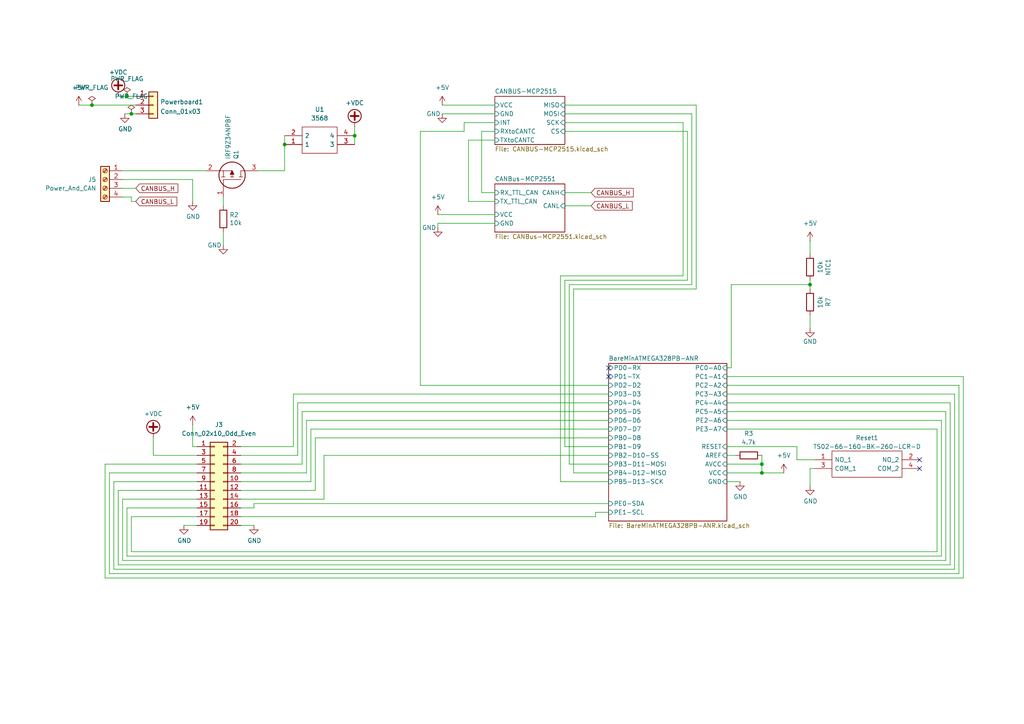
<source format=kicad_sch>
(kicad_sch (version 20231120) (generator "eeschema") (generator_version "8.0")
  (paper "A4")
  (lib_symbols
    (symbol "Connector:Screw_Terminal_01x04" (pin_names (offset 1.016) hide)
      (property "Reference" "J" (at 0 5.08 0))
      (property "Value" "Screw_Terminal_01x04" (at 0 -7.62 0))
      (symbol "Screw_Terminal_01x04_1_1"
        (rectangle (start -1.27 3.81) (end 1.27 -6.35) (stroke (width 0.254)) (fill (type background)))
        (circle (center 0 -5.08) (radius 0.635) (stroke (width 0.1524)))
        (circle (center 0 -2.54) (radius 0.635) (stroke (width 0.1524)))
        (polyline (pts (xy -0.5334 -4.7498) (xy 0.3302 -5.588)) (stroke (width 0.1524)))
        (polyline (pts (xy -0.5334 -2.2098) (xy 0.3302 -3.048)) (stroke (width 0.1524)))
        (polyline (pts (xy -0.5334 0.3302) (xy 0.3302 -0.508)) (stroke (width 0.1524)))
        (polyline (pts (xy -0.5334 2.8702) (xy 0.3302 2.032)) (stroke (width 0.1524)))
        (polyline (pts (xy -0.3556 -4.572) (xy 0.508 -5.4102)) (stroke (width 0.1524)))
        (polyline (pts (xy -0.3556 -2.032) (xy 0.508 -2.8702)) (stroke (width 0.1524)))
        (polyline (pts (xy -0.3556 0.508) (xy 0.508 -0.3302)) (stroke (width 0.1524)))
        (polyline (pts (xy -0.3556 3.048) (xy 0.508 2.2098)) (stroke (width 0.1524)))
        (circle (center 0 0) (radius 0.635) (stroke (width 0.1524)))
        (circle (center 0 2.54) (radius 0.635) (stroke (width 0.1524)))
        (pin passive line (at -5.08 2.54 0) (length 3.81) (name "Pin_1") (number "1"))
        (pin passive line (at -5.08 0 0) (length 3.81) (name "Pin_2") (number "2"))
        (pin passive line (at -5.08 -2.54 0) (length 3.81) (name "Pin_3") (number "3"))
        (pin passive line (at -5.08 -5.08 0) (length 3.81) (name "Pin_4") (number "4"))
      )
    )
    (symbol "Connector_Generic:Conn_01x03" (pin_names (offset 1.016) hide)
      (property "Reference" "J" (at 0 5.08 0))
      (property "Value" "Conn_01x03" (at 0 -5.08 0))
      (symbol "Conn_01x03_1_1"
        (rectangle (start -1.27 -2.413) (end 0 -2.667) (stroke (width 0.1524)))
        (rectangle (start -1.27 0.127) (end 0 -0.127) (stroke (width 0.1524)))
        (rectangle (start -1.27 2.667) (end 0 2.413) (stroke (width 0.1524)))
        (rectangle (start -1.27 3.81) (end 1.27 -3.81) (stroke (width 0.254)) (fill (type background)))
        (pin passive line (at -5.08 2.54 0) (length 3.81) (name "Pin_1") (number "1"))
        (pin passive line (at -5.08 0 0) (length 3.81) (name "Pin_2") (number "2"))
        (pin passive line (at -5.08 -2.54 0) (length 3.81) (name "Pin_3") (number "3"))
      )
    )
    (symbol "Connector_Generic:Conn_02x10_Odd_Even" (pin_names (offset 1.016) hide)
      (property "Reference" "J" (at 1.27 12.7 0))
      (property "Value" "Conn_02x10_Odd_Even" (at 1.27 -15.24 0))
      (symbol "Conn_02x10_Odd_Even_1_1"
        (rectangle (start -1.27 -12.573) (end 0 -12.827) (stroke (width 0.1524)))
        (rectangle (start -1.27 -10.033) (end 0 -10.287) (stroke (width 0.1524)))
        (rectangle (start -1.27 -7.493) (end 0 -7.747) (stroke (width 0.1524)))
        (rectangle (start -1.27 -4.953) (end 0 -5.207) (stroke (width 0.1524)))
        (rectangle (start -1.27 -2.413) (end 0 -2.667) (stroke (width 0.1524)))
        (rectangle (start -1.27 0.127) (end 0 -0.127) (stroke (width 0.1524)))
        (rectangle (start -1.27 2.667) (end 0 2.413) (stroke (width 0.1524)))
        (rectangle (start -1.27 5.207) (end 0 4.953) (stroke (width 0.1524)))
        (rectangle (start -1.27 7.747) (end 0 7.493) (stroke (width 0.1524)))
        (rectangle (start -1.27 10.287) (end 0 10.033) (stroke (width 0.1524)))
        (rectangle (start -1.27 11.43) (end 3.81 -13.97) (stroke (width 0.254)) (fill (type background)))
        (rectangle (start 3.81 -12.573) (end 2.54 -12.827) (stroke (width 0.1524)))
        (rectangle (start 3.81 -10.033) (end 2.54 -10.287) (stroke (width 0.1524)))
        (rectangle (start 3.81 -7.493) (end 2.54 -7.747) (stroke (width 0.1524)))
        (rectangle (start 3.81 -4.953) (end 2.54 -5.207) (stroke (width 0.1524)))
        (rectangle (start 3.81 -2.413) (end 2.54 -2.667) (stroke (width 0.1524)))
        (rectangle (start 3.81 0.127) (end 2.54 -0.127) (stroke (width 0.1524)))
        (rectangle (start 3.81 2.667) (end 2.54 2.413) (stroke (width 0.1524)))
        (rectangle (start 3.81 5.207) (end 2.54 4.953) (stroke (width 0.1524)))
        (rectangle (start 3.81 7.747) (end 2.54 7.493) (stroke (width 0.1524)))
        (rectangle (start 3.81 10.287) (end 2.54 10.033) (stroke (width 0.1524)))
        (pin passive line (at -5.08 10.16 0) (length 3.81) (name "Pin_1") (number "1"))
        (pin passive line (at 7.62 0 180) (length 3.81) (name "Pin_10") (number "10"))
        (pin passive line (at -5.08 -2.54 0) (length 3.81) (name "Pin_11") (number "11"))
        (pin passive line (at 7.62 -2.54 180) (length 3.81) (name "Pin_12") (number "12"))
        (pin passive line (at -5.08 -5.08 0) (length 3.81) (name "Pin_13") (number "13"))
        (pin passive line (at 7.62 -5.08 180) (length 3.81) (name "Pin_14") (number "14"))
        (pin passive line (at -5.08 -7.62 0) (length 3.81) (name "Pin_15") (number "15"))
        (pin passive line (at 7.62 -7.62 180) (length 3.81) (name "Pin_16") (number "16"))
        (pin passive line (at -5.08 -10.16 0) (length 3.81) (name "Pin_17") (number "17"))
        (pin passive line (at 7.62 -10.16 180) (length 3.81) (name "Pin_18") (number "18"))
        (pin passive line (at -5.08 -12.7 0) (length 3.81) (name "Pin_19") (number "19"))
        (pin passive line (at 7.62 10.16 180) (length 3.81) (name "Pin_2") (number "2"))
        (pin passive line (at 7.62 -12.7 180) (length 3.81) (name "Pin_20") (number "20"))
        (pin passive line (at -5.08 7.62 0) (length 3.81) (name "Pin_3") (number "3"))
        (pin passive line (at 7.62 7.62 180) (length 3.81) (name "Pin_4") (number "4"))
        (pin passive line (at -5.08 5.08 0) (length 3.81) (name "Pin_5") (number "5"))
        (pin passive line (at 7.62 5.08 180) (length 3.81) (name "Pin_6") (number "6"))
        (pin passive line (at -5.08 2.54 0) (length 3.81) (name "Pin_7") (number "7"))
        (pin passive line (at 7.62 2.54 180) (length 3.81) (name "Pin_8") (number "8"))
        (pin passive line (at -5.08 0 0) (length 3.81) (name "Pin_9") (number "9"))
      )
    )
    (symbol "Device:R" (pin_numbers hide) (pin_names (offset 0))
      (property "Reference" "R" (at 2.032 0 90))
      (property "Value" "R" (at 0 0 90))
      (symbol "R_0_1"
        (rectangle (start -1.016 -2.54) (end 1.016 2.54) (stroke (width 0.254)))
      )
      (symbol "R_1_1"
        (pin passive line (at 0 3.81 270) (length 1.27) (name "~") (number "1"))
        (pin passive line (at 0 -3.81 90) (length 1.27) (name "~") (number "2"))
      )
    )
    (symbol "SamacSys_Parts:3568" (pin_names (offset 0.762))
      (property "Reference" "U" (at 16.51 7.62 0))
      (property "Value" "3568" (at 16.51 5.08 0))
      (symbol "3568_0_0"
        (pin passive line (at 0 -2.54 0) (length 5.08) (name "1") (number "1"))
        (pin passive line (at 0 0 0) (length 5.08) (name "2") (number "2"))
        (pin passive line (at 20.32 -2.54 180) (length 5.08) (name "3") (number "3"))
        (pin passive line (at 20.32 0 180) (length 5.08) (name "4") (number "4"))
      )
      (symbol "3568_0_1"
        (polyline (pts (xy 5.08 2.54) (xy 15.24 2.54) (xy 15.24 -5.08) (xy 5.08 -5.08) (xy 5.08 2.54)) (stroke (width 0.1524)))
      )
    )
    (symbol "SamacSys_Parts:IRF9Z34NPBF" (pin_names (offset 0.762))
      (property "Reference" "Q" (at 11.43 3.81 0))
      (property "Value" "SamacSys_Parts_IRF9Z34NPBF" (at 11.43 1.27 0))
      (symbol "IRF9Z34NPBF_0_0"
        (pin passive line (at 0 0 0) (length 2.54) (name "~") (number "1"))
        (pin passive line (at 7.62 -5.08 90) (length 2.54) (name "~") (number "2"))
        (pin passive line (at 7.62 10.16 270) (length 2.54) (name "~") (number "3"))
      )
      (symbol "IRF9Z34NPBF_0_1"
        (polyline (pts (xy 5.842 -0.508) (xy 5.842 0.508)) (stroke (width 0.1524)))
        (polyline (pts (xy 5.842 0) (xy 7.62 0)) (stroke (width 0.1524)))
        (polyline (pts (xy 5.842 2.032) (xy 5.842 3.048)) (stroke (width 0.1524)))
        (polyline (pts (xy 5.842 5.588) (xy 5.842 4.572)) (stroke (width 0.1524)))
        (polyline (pts (xy 7.62 2.54) (xy 5.842 2.54)) (stroke (width 0.1524)))
        (polyline (pts (xy 7.62 2.54) (xy 7.62 -2.54)) (stroke (width 0.1524)))
        (polyline (pts (xy 7.62 5.08) (xy 5.842 5.08)) (stroke (width 0.1524)))
        (polyline (pts (xy 7.62 5.08) (xy 7.62 7.62)) (stroke (width 0.1524)))
        (polyline (pts (xy 2.54 0) (xy 5.08 0) (xy 5.08 5.08)) (stroke (width 0.1524)))
        (polyline (pts (xy 7.62 2.54) (xy 6.604 3.048) (xy 6.604 2.032) (xy 7.62 2.54)) (stroke (width 0.254)) (fill (type outline)))
        (circle (center 6.35 2.54) (radius 3.81) (stroke (width 0.254)))
      )
    )
    (symbol "SamacSys_Parts:TS02-66-160-BK-260-LCR-D" (pin_names (offset 0.762))
      (property "Reference" "S" (at 26.67 7.62 0))
      (property "Value" "TS02-66-160-BK-260-LCR-D" (at 26.67 5.08 0))
      (symbol "TS02-66-160-BK-260-LCR-D_0_0"
        (pin passive line (at 0 0 0) (length 5.08) (name "NO_1") (number "1"))
        (pin passive line (at 30.48 0 180) (length 5.08) (name "NO_2") (number "2"))
        (pin passive line (at 0 -2.54 0) (length 5.08) (name "COM_1") (number "3"))
        (pin passive line (at 30.48 -2.54 180) (length 5.08) (name "COM_2") (number "4"))
      )
      (symbol "TS02-66-160-BK-260-LCR-D_0_1"
        (polyline (pts (xy 5.08 2.54) (xy 25.4 2.54) (xy 25.4 -5.08) (xy 5.08 -5.08) (xy 5.08 2.54)) (stroke (width 0.1524)))
      )
    )
    (symbol "power:+5V" (power) (pin_numbers hide) (pin_names (offset 0) hide)
      (property "Value" "+5V" (at 0 3.556 0))
      (symbol "+5V_0_1"
        (polyline (pts (xy -0.762 1.27) (xy 0 2.54)))
        (polyline (pts (xy 0 0) (xy 0 2.54)))
        (polyline (pts (xy 0 2.54) (xy 0.762 1.27)))
      )
      (symbol "+5V_1_1"
        (pin power_in line (at 0 0 90) (length 0) (name "~") (number "1"))
      )
    )
    (symbol "power:+VDC" (power) (pin_names (offset 0))
      (property "Value" "+VDC" (at 0 6.35 0))
      (symbol "+VDC_0_1"
        (polyline (pts (xy -1.143 3.175) (xy 1.143 3.175)) (stroke (width 0.508)))
        (polyline (pts (xy 0 0) (xy 0 1.27)))
        (polyline (pts (xy 0 2.032) (xy 0 4.318)) (stroke (width 0.508)))
        (circle (center 0 3.175) (radius 1.905) (stroke (width 0.254)))
      )
      (symbol "+VDC_1_1"
        (pin power_in line (at 0 0 90) (length 0) hide (name "+VDC") (number "1"))
      )
    )
    (symbol "power:GND" (power) (pin_names (offset 0))
      (property "Value" "GND" (at 0 -3.81 0))
      (symbol "GND_0_1"
        (polyline (pts (xy 0 0) (xy 0 -1.27) (xy 1.27 -1.27) (xy 0 -2.54) (xy -1.27 -1.27) (xy 0 -1.27)))
      )
      (symbol "GND_1_1"
        (pin power_in line (at 0 0 270) (length 0) hide (name "GND") (number "1"))
      )
    )
    (symbol "power:PWR_FLAG" (power) (pin_numbers hide) (pin_names (offset 0) hide)
      (property "Value" "PWR_FLAG" (at 0 3.81 0))
      (symbol "PWR_FLAG_0_0"
        (pin power_out line (at 0 0 90) (length 0) (name "~") (number "1"))
      )
      (symbol "PWR_FLAG_0_1"
        (polyline (pts (xy 0 0) (xy 0 1.27) (xy -1.016 1.905) (xy 0 2.54) (xy 1.016 1.905) (xy 0 1.27)))
      )
    )
  )
  (junction (at 234.95 82.55))
  (junction (at 82.55 41.91))
  (junction (at 38.1 33.02))
  (junction (at 36.83 27.94))
  (junction (at 102.87 39.37))
  (junction (at 220.98 134.62))
  (junction (at 26.67 30.48))
  (junction (at 220.98 137.16))
  (no_connect (at 176.53 106.68))
  (no_connect (at 176.53 109.22))
  (no_connect (at 266.7 135.89))
  (no_connect (at 266.7 133.35))
  (wire (pts (xy 176.53 132.08) (xy 93.98 132.08)))
  (wire (pts (xy 34.29 27.94) (xy 36.83 27.94)))
  (wire (pts (xy 35.56 52.07) (xy 55.88 52.07)))
  (wire (pts (xy 128.27 33.02) (xy 143.51 33.02)))
  (wire (pts (xy 210.82 121.92) (xy 273.05 121.92)))
  (wire (pts (xy 30.48 134.62) (xy 30.48 167.64)))
  (wire (pts (xy 82.55 41.91) (xy 82.55 49.53)))
  (wire (pts (xy 231.14 129.54) (xy 231.14 133.35)))
  (wire (pts (xy 176.53 111.76) (xy 121.92 111.76)))
  (wire (pts (xy 26.67 30.48) (xy 39.37 30.48)))
  (wire (pts (xy 176.53 129.54) (xy 163.83 129.54)))
  (wire (pts (xy 212.09 106.68) (xy 212.09 82.55)))
  (wire (pts (xy 31.75 137.16) (xy 57.15 137.16)))
  (wire (pts (xy 200.66 33.02) (xy 200.66 82.55)))
  (wire (pts (xy 275.59 163.83) (xy 34.29 163.83)))
  (wire (pts (xy 38.1 58.42) (xy 38.1 57.15)))
  (wire (pts (xy 234.95 82.55) (xy 234.95 83.82)))
  (wire (pts (xy 234.95 135.89) (xy 234.95 140.97)))
  (wire (pts (xy 143.51 64.77) (xy 127 64.77)))
  (wire (pts (xy 82.55 39.37) (xy 82.55 41.91)))
  (wire (pts (xy 55.88 58.42) (xy 55.88 52.07)))
  (wire (pts (xy 69.85 137.16) (xy 88.9 137.16)))
  (wire (pts (xy 90.17 124.46) (xy 90.17 139.7)))
  (wire (pts (xy 85.09 114.3) (xy 85.09 129.54)))
  (wire (pts (xy 234.95 81.28) (xy 234.95 82.55)))
  (wire (pts (xy 102.87 41.91) (xy 102.87 39.37)))
  (wire (pts (xy 210.82 139.7) (xy 214.63 139.7)))
  (wire (pts (xy 69.85 149.86) (xy 172.72 149.86)))
  (wire (pts (xy 139.7 38.1) (xy 143.51 38.1)))
  (wire (pts (xy 35.56 162.56) (xy 274.32 162.56)))
  (wire (pts (xy 163.83 81.28) (xy 199.39 81.28)))
  (wire (pts (xy 127 62.23) (xy 143.51 62.23)))
  (wire (pts (xy 198.12 35.56) (xy 163.83 35.56)))
  (wire (pts (xy 271.78 124.46) (xy 210.82 124.46)))
  (wire (pts (xy 33.02 165.1) (xy 276.86 165.1)))
  (wire (pts (xy 88.9 137.16) (xy 88.9 121.92)))
  (wire (pts (xy 163.83 129.54) (xy 163.83 81.28)))
  (wire (pts (xy 36.83 147.32) (xy 57.15 147.32)))
  (wire (pts (xy 210.82 132.08) (xy 213.36 132.08)))
  (wire (pts (xy 274.32 119.38) (xy 210.82 119.38)))
  (wire (pts (xy 128.27 30.48) (xy 143.51 30.48)))
  (wire (pts (xy 36.83 161.29) (xy 36.83 147.32)))
  (wire (pts (xy 176.53 124.46) (xy 90.17 124.46)))
  (wire (pts (xy 220.98 137.16) (xy 227.33 137.16)))
  (wire (pts (xy 273.05 161.29) (xy 36.83 161.29)))
  (wire (pts (xy 198.12 80.01) (xy 198.12 35.56)))
  (wire (pts (xy 276.86 165.1) (xy 276.86 114.3)))
  (wire (pts (xy 34.29 142.24) (xy 57.15 142.24)))
  (wire (pts (xy 121.92 38.1) (xy 134.62 38.1)))
  (wire (pts (xy 73.66 147.32) (xy 69.85 147.32)))
  (wire (pts (xy 127 64.77) (xy 127 66.04)))
  (wire (pts (xy 86.36 116.84) (xy 176.53 116.84)))
  (wire (pts (xy 163.83 33.02) (xy 200.66 33.02)))
  (wire (pts (xy 271.78 160.02) (xy 271.78 124.46)))
  (wire (pts (xy 176.53 146.05) (xy 73.66 146.05)))
  (wire (pts (xy 234.95 91.44) (xy 234.95 95.25)))
  (wire (pts (xy 274.32 162.56) (xy 274.32 119.38)))
  (wire (pts (xy 165.1 82.55) (xy 165.1 134.62)))
  (wire (pts (xy 278.13 111.76) (xy 278.13 166.37)))
  (wire (pts (xy 38.1 57.15) (xy 35.56 57.15)))
  (wire (pts (xy 162.56 80.01) (xy 198.12 80.01)))
  (wire (pts (xy 88.9 121.92) (xy 176.53 121.92)))
  (wire (pts (xy 53.34 152.4) (xy 57.15 152.4)))
  (wire (pts (xy 44.45 132.08) (xy 57.15 132.08)))
  (wire (pts (xy 143.51 55.88) (xy 139.7 55.88)))
  (wire (pts (xy 210.82 106.68) (xy 212.09 106.68)))
  (wire (pts (xy 69.85 129.54) (xy 85.09 129.54)))
  (wire (pts (xy 31.75 137.16) (xy 31.75 166.37)))
  (wire (pts (xy 176.53 139.7) (xy 162.56 139.7)))
  (wire (pts (xy 69.85 144.78) (xy 93.98 144.78)))
  (wire (pts (xy 55.88 129.54) (xy 57.15 129.54)))
  (wire (pts (xy 210.82 129.54) (xy 231.14 129.54)))
  (wire (pts (xy 135.89 40.64) (xy 135.89 58.42)))
  (wire (pts (xy 38.1 160.02) (xy 271.78 160.02)))
  (wire (pts (xy 57.15 144.78) (xy 35.56 144.78)))
  (wire (pts (xy 69.85 132.08) (xy 86.36 132.08)))
  (wire (pts (xy 220.98 134.62) (xy 220.98 137.16)))
  (wire (pts (xy 121.92 111.76) (xy 121.92 38.1)))
  (wire (pts (xy 22.86 30.48) (xy 26.67 30.48)))
  (wire (pts (xy 74.93 49.53) (xy 82.55 49.53)))
  (wire (pts (xy 176.53 137.16) (xy 166.37 137.16)))
  (wire (pts (xy 69.85 142.24) (xy 91.44 142.24)))
  (wire (pts (xy 55.88 123.19) (xy 55.88 129.54)))
  (wire (pts (xy 165.1 134.62) (xy 176.53 134.62)))
  (wire (pts (xy 33.02 139.7) (xy 33.02 165.1)))
  (wire (pts (xy 234.95 69.85) (xy 234.95 73.66)))
  (wire (pts (xy 35.56 49.53) (xy 59.69 49.53)))
  (wire (pts (xy 36.83 27.94) (xy 39.37 27.94)))
  (wire (pts (xy 163.83 59.69) (xy 171.45 59.69)))
  (wire (pts (xy 69.85 139.7) (xy 90.17 139.7)))
  (wire (pts (xy 36.195 33.02) (xy 38.1 33.02)))
  (wire (pts (xy 73.66 146.05) (xy 73.66 147.32)))
  (wire (pts (xy 162.56 139.7) (xy 162.56 80.01)))
  (wire (pts (xy 279.4 167.64) (xy 279.4 109.22)))
  (wire (pts (xy 172.72 148.59) (xy 176.53 148.59)))
  (wire (pts (xy 86.36 132.08) (xy 86.36 116.84)))
  (wire (pts (xy 38.1 149.86) (xy 38.1 160.02)))
  (wire (pts (xy 176.53 114.3) (xy 85.09 114.3)))
  (wire (pts (xy 134.62 35.56) (xy 143.51 35.56)))
  (wire (pts (xy 139.7 55.88) (xy 139.7 38.1)))
  (wire (pts (xy 30.48 167.64) (xy 279.4 167.64)))
  (wire (pts (xy 57.15 134.62) (xy 30.48 134.62)))
  (wire (pts (xy 273.05 121.92) (xy 273.05 161.29)))
  (wire (pts (xy 166.37 137.16) (xy 166.37 83.82)))
  (wire (pts (xy 69.85 152.4) (xy 73.66 152.4)))
  (wire (pts (xy 275.59 116.84) (xy 275.59 163.83)))
  (wire (pts (xy 39.37 58.42) (xy 38.1 58.42)))
  (wire (pts (xy 166.37 83.82) (xy 201.93 83.82)))
  (wire (pts (xy 64.77 67.31) (xy 64.77 71.12)))
  (wire (pts (xy 236.22 135.89) (xy 234.95 135.89)))
  (wire (pts (xy 44.45 127) (xy 44.45 132.08)))
  (wire (pts (xy 199.39 81.28) (xy 199.39 38.1)))
  (wire (pts (xy 210.82 109.22) (xy 279.4 109.22)))
  (wire (pts (xy 135.89 58.42) (xy 143.51 58.42)))
  (wire (pts (xy 134.62 38.1) (xy 134.62 35.56)))
  (wire (pts (xy 210.82 116.84) (xy 275.59 116.84)))
  (wire (pts (xy 210.82 114.3) (xy 276.86 114.3)))
  (wire (pts (xy 172.72 149.86) (xy 172.72 148.59)))
  (wire (pts (xy 200.66 82.55) (xy 165.1 82.55)))
  (wire (pts (xy 163.83 30.48) (xy 201.93 30.48)))
  (wire (pts (xy 69.85 134.62) (xy 87.63 134.62)))
  (wire (pts (xy 91.44 127) (xy 176.53 127)))
  (wire (pts (xy 143.51 40.64) (xy 135.89 40.64)))
  (wire (pts (xy 38.1 33.02) (xy 39.37 33.02)))
  (wire (pts (xy 163.83 55.88) (xy 171.45 55.88)))
  (wire (pts (xy 87.63 119.38) (xy 87.63 134.62)))
  (wire (pts (xy 201.93 83.82) (xy 201.93 30.48)))
  (wire (pts (xy 35.56 54.61) (xy 39.37 54.61)))
  (wire (pts (xy 93.98 132.08) (xy 93.98 144.78)))
  (wire (pts (xy 57.15 139.7) (xy 33.02 139.7)))
  (wire (pts (xy 231.14 133.35) (xy 236.22 133.35)))
  (wire (pts (xy 212.09 82.55) (xy 234.95 82.55)))
  (wire (pts (xy 210.82 111.76) (xy 278.13 111.76)))
  (wire (pts (xy 57.15 149.86) (xy 38.1 149.86)))
  (wire (pts (xy 176.53 119.38) (xy 87.63 119.38)))
  (wire (pts (xy 64.77 59.69) (xy 64.77 57.15)))
  (wire (pts (xy 210.82 134.62) (xy 220.98 134.62)))
  (wire (pts (xy 35.56 144.78) (xy 35.56 162.56)))
  (wire (pts (xy 278.13 166.37) (xy 31.75 166.37)))
  (wire (pts (xy 220.98 132.08) (xy 220.98 134.62)))
  (wire (pts (xy 34.29 142.24) (xy 34.29 163.83)))
  (wire (pts (xy 91.44 142.24) (xy 91.44 127)))
  (wire (pts (xy 210.82 137.16) (xy 220.98 137.16)))
  (wire (pts (xy 199.39 38.1) (xy 163.83 38.1)))
  (wire (pts (xy 102.87 39.37) (xy 102.87 36.83)))
  (global_label "CANBUS_H" (shape input) (at 39.37 54.61 0) (property "Intersheetrefs" "${INTERSHEET_REFS}" (effects (hide yes))))
  (global_label "CANBUS_H" (shape input) (at 171.45 55.88 0) (property "Intersheetrefs" "${INTERSHEET_REFS}" (effects (hide yes))))
  (global_label "CANBUS_L" (shape input) (at 171.45 59.69 0) (property "Intersheetrefs" "${INTERSHEET_REFS}" (effects (hide yes))))
  (global_label "CANBUS_L" (shape input) (at 39.37 58.42 0) (property "Intersheetrefs" "${INTERSHEET_REFS}" (effects (hide yes))))
  (symbol (lib_id "power:+5V") (at 22.86 30.48 0) (unit 1)
    (property "Reference" "#PWR04" (effects (hide yes)))
    (property "Value" "+5V" (at 22.86 25.4 0))
    (property "Description" "Power symbol creates a global label with name \"+5V\"" (effects (hide yes)))
  )
  (symbol (lib_id "Connector_Generic:Conn_02x10_Odd_Even") (at 62.23 139.7 0) (unit 1)
    (property "Reference" "J3" (at 63.5 123.19 0))
    (property "Value" "Conn_02x10_Odd_Even" (at 63.5 125.73 0))
    (property "Footprint" "Connector_PinHeader_2.54mm:PinHeader_2x10_P2.54mm_Vertical" (effects (hide yes)))
    (property "Description" "Generic connector, double row, 02x10, odd/even pin numbering scheme (row 1 odd numbers, row 2 even numbers), script generated (kicad-library-utils/schlib/autogen/connector/)" (effects (hide yes)))
  )
  (symbol (lib_id "power:+5V") (at 55.88 123.19 0) (unit 1)
    (property "Reference" "#PWR015" (effects (hide yes)))
    (property "Value" "+5V" (at 55.88 118.11 0))
    (property "Description" "Power symbol creates a global label with name \"+5V\"" (effects (hide yes)))
  )
  (symbol (lib_id "SamacSys_Parts:IRF9Z34NPBF") (at 64.77 57.15 270) (mirror x) (unit 1)
    (property "Reference" "Q1" (at 68.4784 46.228 0) (effects (justify left)))
    (property "Value" "IRF9Z34NPBF" (at 66.167 46.228 0) (effects (justify left)))
    (property "Footprint" "SamacSys_Parts:TO254P469X1042X1967-3P" (effects (hide yes)))
    (property "Datasheet" "https://www.infineon.com/dgdl/irf9z34npbf.pdf?fileId=5546d462533600a40153561220af1ddd" (effects (hide yes)))
    (property "Description" "MOSFET MOSFT PCh -55V -17A 100mOhm 23.3nC" (effects (hide yes)))
    (property "Height" "4.69" (effects (hide yes)))
    (property "Mouser Part Number" "942-IRF9Z34NPBF" (effects (hide yes)))
    (property "Mouser Price/Stock" "https://www.mouser.co.uk/ProductDetail/Infineon-IR/IRF9Z34NPBF?qs=9%252BKlkBgLFf16a%2FvlD%252BMCtQ%3D%3D" (effects (hide yes)))
    (property "Manufacturer_Name" "Infineon" (effects (hide yes)))
    (property "Manufacturer_Part_Number" "IRF9Z34NPBF" (effects (hide yes)))
  )
  (symbol (lib_id "power:PWR_FLAG") (at 36.83 27.94 0) (unit 1)
    (property "Reference" "#FLG02" (effects (hide yes)))
    (property "Value" "PWR_FLAG" (at 36.83 22.86 0))
    (property "Description" "Special symbol for telling ERC where power comes from" (effects (hide yes)))
  )
  (symbol (lib_id "power:+VDC") (at 34.29 27.94 0) (unit 1)
    (property "Reference" "#PWR05" (effects (hide yes)))
    (property "Value" "+VDC" (at 34.29 20.955 0))
  )
  (symbol (lib_id "power:GND") (at 53.34 152.4 0) (unit 1)
    (property "Reference" "#PWR018" (effects (hide yes)))
    (property "Value" "GND" (at 53.467 156.7942 0))
  )
  (symbol (lib_id "SamacSys_Parts:TS02-66-160-BK-260-LCR-D") (at 236.22 133.35 0) (unit 1)
    (property "Reference" "Reset1" (at 251.46 127 0))
    (property "Value" "TS02-66-160-BK-260-LCR-D" (at 251.46 129.54 0))
    (property "Footprint" "SamacSys_Parts:TS0266160BK260LCRD" (effects (hide yes)))
    (property "Datasheet" "https://www.cuidevices.com/product/resource/ts02.pdf" (effects (hide yes)))
    (property "Description" "Tactile Switches 6 x 6 mm, 16 mm Act Height, 260 gf, Black, Long Crimped, Through Hole, SPST," (effects (hide yes)))
    (property "Height" "16.2" (effects (hide yes)))
    (property "Mouser Part Number" "179-TS0266160BK260LC" (effects (hide yes)))
    (property "Mouser Price/Stock" "https://www.mouser.co.uk/ProductDetail/CUI-Devices/TS02-66-160-BK-260-LCR-D?qs=A6eO%252BMLsxmR2iSh4nOToMQ%3D%3D" (effects (hide yes)))
    (property "Manufacturer_Name" "CUI Devices" (effects (hide yes)))
    (property "Manufacturer_Part_Number" "TS02-66-160-BK-260-LCR-D" (effects (hide yes)))
  )
  (symbol (lib_id "power:GND") (at 73.66 152.4 0) (unit 1)
    (property "Reference" "#PWR019" (effects (hide yes)))
    (property "Value" "GND" (at 73.787 156.7942 0))
  )
  (symbol (lib_id "power:GND") (at 234.95 140.97 0) (unit 1)
    (property "Reference" "#PWR016" (effects (hide yes)))
    (property "Value" "GND" (at 235.077 145.3642 0))
  )
  (symbol (lib_id "power:+VDC") (at 44.45 127 0) (unit 1)
    (property "Reference" "#PWR017" (effects (hide yes)))
    (property "Value" "+VDC" (at 44.45 120.015 0))
  )
  (symbol (lib_id "power:+5V") (at 127 62.23 0) (unit 1)
    (property "Reference" "#PWR09" (effects (hide yes)))
    (property "Value" "+5V" (at 127 57.15 0))
    (property "Description" "Power symbol creates a global label with name \"+5V\"" (effects (hide yes)))
  )
  (symbol (lib_id "power:PWR_FLAG") (at 38.1 33.02 0) (unit 1)
    (property "Reference" "#FLG03" (effects (hide yes)))
    (property "Value" "PWR_FLAG" (at 38.1 27.94 0))
    (property "Description" "Special symbol for telling ERC where power comes from" (effects (hide yes)))
  )
  (symbol (lib_id "power:GND") (at 36.195 33.02 0) (unit 1)
    (property "Reference" "#PWR06" (effects (hide yes)))
    (property "Value" "GND" (at 36.322 37.4142 0))
  )
  (symbol (lib_id "power:PWR_FLAG") (at 26.67 30.48 0) (unit 1)
    (property "Reference" "#FLG01" (effects (hide yes)))
    (property "Value" "PWR_FLAG" (at 26.67 25.4 0))
    (property "Description" "Special symbol for telling ERC where power comes from" (effects (hide yes)))
  )
  (symbol (lib_id "Device:R") (at 64.77 63.5 0) (unit 1)
    (property "Reference" "R2" (at 66.548 62.3316 0) (effects (justify left)))
    (property "Value" "10k" (at 66.548 64.643 0) (effects (justify left)))
    (property "Footprint" "Resistor_SMD:R_1206_3216Metric_Pad1.30x1.75mm_HandSolder" (effects (hide yes)))
  )
  (symbol (lib_id "power:GND") (at 55.88 58.42 0) (unit 1)
    (property "Reference" "#PWR01" (effects (hide yes)))
    (property "Value" "GND" (at 56.007 62.8142 0))
  )
  (symbol (lib_id "Connector_Generic:Conn_01x03") (at 44.45 30.48 0) (unit 1)
    (property "Reference" "Powerboard1" (at 46.482 29.5715 0) (effects (justify left)))
    (property "Value" "Conn_01x03" (at 46.482 32.3466 0) (effects (justify left)))
    (property "Footprint" "Connector_PinHeader_2.54mm:PinHeader_1x03_P2.54mm_Vertical" (effects (hide yes)))
  )
  (symbol (lib_id "Connector:Screw_Terminal_01x04") (at 30.48 52.07 0) (mirror y) (unit 1)
    (property "Reference" "J5" (at 27.94 52.0699 0) (effects (justify left)))
    (property "Value" "Power_And_CAN" (at 27.94 54.6099 0) (effects (justify left)))
    (property "Footprint" "TerminalBlock_Phoenix:TerminalBlock_Phoenix_MPT-0,5-4-2.54_1x04_P2.54mm_Horizontal" (effects (hide yes)))
    (property "Description" "Generic screw terminal, single row, 01x04, script generated (kicad-library-utils/schlib/autogen/connector/)" (effects (hide yes)))
  )
  (symbol (lib_id "power:GND") (at 128.27 33.02 0) (unit 1)
    (property "Reference" "#PWR011" (effects (hide yes)))
    (property "Value" "GND" (at 125.73 33.02 0))
  )
  (symbol (lib_id "SamacSys_Parts:3568") (at 82.55 39.37 0) (unit 1)
    (property "Reference" "U1" (at 92.71 31.75 0))
    (property "Value" "3568" (at 92.71 34.29 0))
    (property "Footprint" "3568" (effects (hide yes)))
    (property "Description" "Fuse Holder 30A 500V 1 Circuit Blade Through Hole" (effects (hide yes)))
    (property "Height" "7.5" (effects (hide yes)))
    (property "Mouser Part Number" "534-3568" (effects (hide yes)))
    (property "Mouser Price/Stock" "https://www.mouser.co.uk/ProductDetail/Keystone-Electronics/3568?qs=fP5bVVCrK%2Fd7nbA%2FPpwnKw%3D%3D" (effects (hide yes)))
    (property "Manufacturer_Name" "Keystone Electronics" (effects (hide yes)))
    (property "Manufacturer_Part_Number" "3568" (effects (hide yes)))
  )
  (symbol (lib_id "Device:R") (at 217.17 132.08 90) (unit 1)
    (property "Reference" "R3" (at 217.17 125.73 90))
    (property "Value" "4.7k" (at 217.17 128.27 90))
    (property "Footprint" "Resistor_SMD:R_1206_3216Metric_Pad1.30x1.75mm_HandSolder" (effects (hide yes)))
    (property "Description" "Resistor" (effects (hide yes)))
  )
  (symbol (lib_id "power:GND") (at 234.95 95.25 0) (unit 1)
    (property "Reference" "#PWR013" (effects (hide yes)))
    (property "Value" "GND" (at 234.95 99.06 0))
  )
  (symbol (lib_id "power:GND") (at 64.77 71.12 0) (unit 1)
    (property "Reference" "#PWR02" (effects (hide yes)))
    (property "Value" "GND" (at 62.23 71.12 0))
  )
  (symbol (lib_id "Device:R") (at 234.95 87.63 180) (unit 1)
    (property "Reference" "R7" (at 240.2078 87.63 90))
    (property "Value" "10k" (at 237.8964 87.63 90))
    (property "Footprint" "Resistor_SMD:R_1206_3216Metric_Pad1.30x1.75mm_HandSolder" (effects (hide yes)))
  )
  (symbol (lib_id "power:+5V") (at 227.33 137.16 0) (unit 1)
    (property "Reference" "#PWR08" (effects (hide yes)))
    (property "Value" "+5V" (at 227.33 132.08 0))
    (property "Description" "Power symbol creates a global label with name \"+5V\"" (effects (hide yes)))
  )
  (symbol (lib_id "power:GND") (at 214.63 139.7 0) (unit 1)
    (property "Reference" "#PWR07" (effects (hide yes)))
    (property "Value" "GND" (at 214.757 144.0942 0))
  )
  (symbol (lib_id "power:+VDC") (at 102.87 36.83 0) (unit 1)
    (property "Reference" "#PWR03" (effects (hide yes)))
    (property "Value" "+VDC" (at 102.87 29.845 0))
  )
  (symbol (lib_id "Device:R") (at 234.95 77.47 180) (unit 1)
    (property "Reference" "NTC1" (at 240.2078 77.47 90))
    (property "Value" "10k" (at 237.8964 77.47 90))
    (property "Footprint" "Resistor_THT:R_Axial_DIN0207_L6.3mm_D2.5mm_P2.54mm_Vertical" (effects (hide yes)))
    (property "Description" "NTC" (effects (hide yes)))
  )
  (symbol (lib_id "power:GND") (at 127 66.04 0) (unit 1)
    (property "Reference" "#PWR010" (effects (hide yes)))
    (property "Value" "GND" (at 124.46 66.04 0))
  )
  (symbol (lib_id "power:+5V") (at 128.27 30.48 0) (unit 1)
    (property "Reference" "#PWR012" (effects (hide yes)))
    (property "Value" "+5V" (at 128.27 25.4 0))
    (property "Description" "Power symbol creates a global label with name \"+5V\"" (effects (hide yes)))
  )
  (symbol (lib_id "power:+5V") (at 234.95 69.85 0) (unit 1)
    (property "Reference" "#PWR014" (effects (hide yes)))
    (property "Value" "+5V" (at 234.95 64.77 0))
    (property "Description" "Power symbol creates a global label with name \"+5V\"" (effects (hide yes)))
  )
  (sheet (at 143.51 53.34) (size 20.32 13.97) (stroke (width 0.1524))
    (property "Sheetname" "CANBus-MCP2551" (at 143.51 52.6284 0) (effects (justify left bottom)))
    (property "Sheetfile" "CANBus-MCP2551.kicad_sch" (at 143.51 67.8946 0) (effects (justify left top)))
    (pin "GND" input (at 143.51 64.77 180))
    (pin "VCC" input (at 143.51 62.23 180))
    (pin "CANH" input (at 163.83 55.88 0))
    (pin "TX_TTL_CAN" input (at 143.51 58.42 180))
    (pin "CANL" input (at 163.83 59.69 0))
    (pin "RX_TTL_CAN" input (at 143.51 55.88 180))
  )
  (sheet (at 143.51 27.94) (size 20.32 13.97) (stroke (width 0.1524))
    (property "Sheetname" "CANBUS-MCP2515" (at 143.51 27.2284 0) (effects (justify left bottom)))
    (property "Sheetfile" "CANBUS-MCP2515.kicad_sch" (at 143.51 42.4946 0) (effects (justify left top)))
    (pin "VCC" input (at 143.51 30.48 180))
    (pin "GND" input (at 143.51 33.02 180))
    (pin "RXtoCANTC" input (at 143.51 38.1 180))
    (pin "TXtoCANTC" input (at 143.51 40.64 180))
    (pin "MISO" input (at 163.83 30.48 0))
    (pin "INT" input (at 143.51 35.56 180))
    (pin "SCK" input (at 163.83 35.56 0))
    (pin "MOSI" input (at 163.83 33.02 0))
    (pin "CS" input (at 163.83 38.1 0))
  )
  (sheet (at 176.53 105.41) (size 34.29 45.72) (stroke (width 0.1524))
    (property "Sheetname" "BareMinATMEGA328PB-ANR" (at 176.53 104.6984 0) (effects (justify left bottom)))
    (property "Sheetfile" "BareMinATMEGA328PB-ANR.kicad_sch" (at 176.53 151.7146 0) (effects (justify left top)))
    (pin "PB3-D11-MOSI" input (at 176.53 134.62 180))
    (pin "PB4-D12-MISO" input (at 176.53 137.16 180))
    (pin "PB2-D10-SS" input (at 176.53 132.08 180))
    (pin "PB5-D13-SCK" input (at 176.53 139.7 180))
    (pin "PB1-D9" input (at 176.53 129.54 180))
    (pin "PB0-D8" input (at 176.53 127 180))
    (pin "PC2-A2" input (at 210.82 111.76 0))
    (pin "PC3-A3" input (at 210.82 114.3 0))
    (pin "PC1-A1" input (at 210.82 109.22 0))
    (pin "PC0-A0" input (at 210.82 106.68 0))
    (pin "AVCC" input (at 210.82 134.62 0))
    (pin "VCC" input (at 210.82 137.16 0))
    (pin "PD1-TX" input (at 176.53 109.22 180))
    (pin "PD2-D2" input (at 176.53 111.76 180))
    (pin "PD3-D3" input (at 176.53 114.3 180))
    (pin "PD4-D4" input (at 176.53 116.84 180))
    (pin "PD0-RX" input (at 176.53 106.68 180))
    (pin "GND" input (at 210.82 139.7 0))
    (pin "PD7-D7" input (at 176.53 124.46 180))
    (pin "PD6-D6" input (at 176.53 121.92 180))
    (pin "PD5-D5" input (at 176.53 119.38 180))
    (pin "AREF" input (at 210.82 132.08 0))
    (pin "RESET" input (at 210.82 129.54 0))
    (pin "PE0-SDA" input (at 176.53 146.05 180))
    (pin "PE1-SCL" input (at 176.53 148.59 180))
    (pin "PE3-A7" input (at 210.82 124.46 0))
    (pin "PE2-A6" input (at 210.82 121.92 0))
    (pin "PC4-A4" input (at 210.82 116.84 0))
    (pin "PC5-A5" input (at 210.82 119.38 0))
  )
)
</source>
